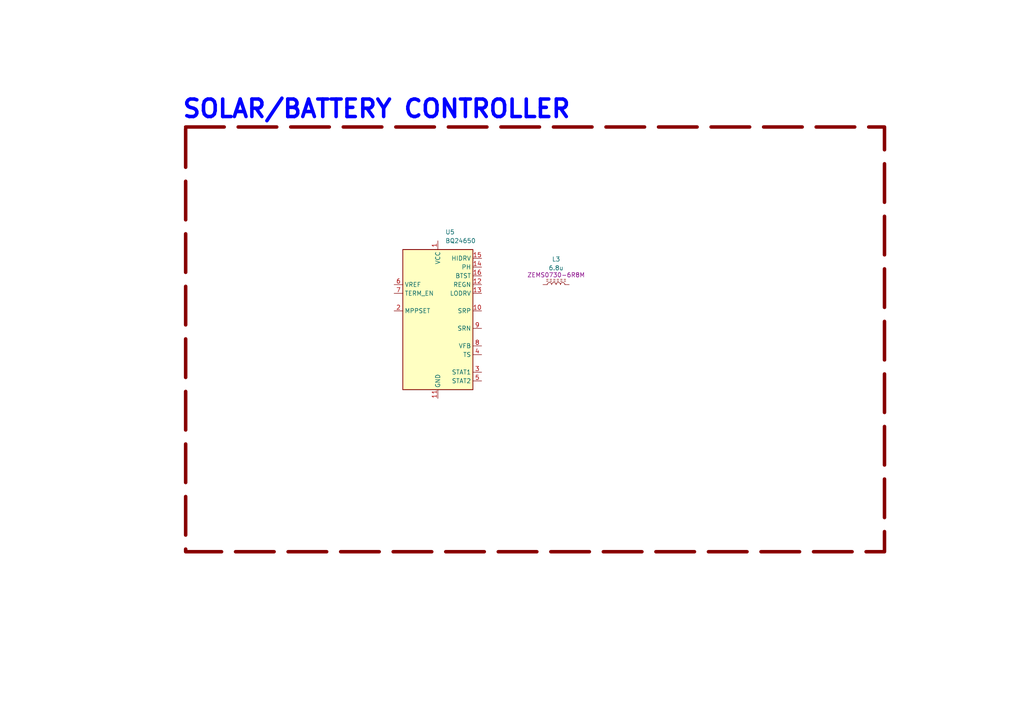
<source format=kicad_sch>
(kicad_sch (version 20250114) (generator "eeschema") (generator_version "9.0")
  (paper "A4")
  (lib_symbols
    (symbol "Battery_Management:BQ24650"
      (property "Reference" "U" (at -10.16 21.59 0))
      (property "Value" "BQ24650" (at 7.62 -21.59 0))
      (symbol "BQ24650_1_1"
        (rectangle (start -10.16 20.32) (end 10.16 -20.32) (stroke (width 0.254)) (fill (type background)))
        (pin input line (at -12.7 10.16 0) (length 2.54) (name "VREF") (number "6"))
        (pin input line (at -12.7 7.62 0) (length 2.54) (name "TERM_EN") (number "7"))
        (pin input line (at -12.7 2.54 0) (length 2.54) (name "MPPSET") (number "2"))
        (pin power_in line (at 0 22.86 270) (length 2.54) (name "VCC") (number "1"))
        (pin power_in line (at 0 -22.86 90) (length 2.54) (name "GND") (number "11"))
        (pin passive line (at 0 -22.86 90) (length 2.54) (hide yes) (name "GND") (number "17"))
        (pin output line (at 12.7 17.78 180) (length 2.54) (name "HIDRV") (number "15"))
        (pin input line (at 12.7 15.24 180) (length 2.54) (name "PH") (number "14"))
        (pin output line (at 12.7 12.7 180) (length 2.54) (name "BTST") (number "16"))
        (pin output line (at 12.7 10.16 180) (length 2.54) (name "REGN") (number "12"))
        (pin output line (at 12.7 7.62 180) (length 2.54) (name "LODRV") (number "13"))
        (pin input line (at 12.7 2.54 180) (length 2.54) (name "SRP") (number "10"))
        (pin input line (at 12.7 -2.54 180) (length 2.54) (name "SRN") (number "9"))
        (pin input line (at 12.7 -7.62 180) (length 2.54) (name "VFB") (number "8"))
        (pin input line (at 12.7 -10.16 180) (length 2.54) (name "TS") (number "4"))
        (pin open_collector line (at 12.7 -15.24 180) (length 2.54) (name "STAT1") (number "3"))
        (pin open_collector line (at 12.7 -17.78 180) (length 2.54) (name "STAT2") (number "5"))
      )
    )
    (symbol "Device:L_Ferrite" (pin_numbers (hide yes)) (pin_names (offset 1.016) (hide yes))
      (property "Reference" "L" (at -1.27 0 90))
      (property "Value" "L_Ferrite" (at 2.794 0 90))
      (symbol "L_Ferrite_0_1"
        (arc (start 0 2.54) (mid 0.6323 1.905) (end 0 1.27))
        (arc (start 0 1.27) (mid 0.6323 0.635) (end 0 0))
        (arc (start 0 0) (mid 0.6323 -0.635) (end 0 -1.27))
        (arc (start 0 -1.27) (mid 0.6323 -1.905) (end 0 -2.54))
        (polyline (pts (xy 1.016 2.286) (xy 1.016 2.794)))
        (polyline (pts (xy 1.016 1.27) (xy 1.016 1.778)))
        (polyline (pts (xy 1.016 0.254) (xy 1.016 0.762)))
        (polyline (pts (xy 1.016 -0.762) (xy 1.016 -0.254)))
        (polyline (pts (xy 1.016 -1.778) (xy 1.016 -1.27)))
        (polyline (pts (xy 1.016 -2.794) (xy 1.016 -2.286)))
        (polyline (pts (xy 1.524 2.794) (xy 1.524 2.286)))
        (polyline (pts (xy 1.524 1.778) (xy 1.524 1.27)))
        (polyline (pts (xy 1.524 0.762) (xy 1.524 0.254)))
        (polyline (pts (xy 1.524 -0.254) (xy 1.524 -0.762)))
        (polyline (pts (xy 1.524 -1.27) (xy 1.524 -1.778)))
        (polyline (pts (xy 1.524 -2.286) (xy 1.524 -2.794)))
      )
      (symbol "L_Ferrite_1_1"
        (pin passive line (at 0 3.81 270) (length 1.27) (name "1") (number "1"))
        (pin passive line (at 0 -3.81 90) (length 1.27) (name "2") (number "2"))
      )
    )
  )
  (rectangle (start 53.848 36.83) (end 256.54 160.02) (stroke (width 1.016) (type dash) (color 132 0 0 1)))
  (text "SOLAR/BATTERY CONTROLLER" (at 109.22 31.75 0) (effects (font (size 5.08 5.08) (thickness 1.016) (bold yes))))
  (symbol (lib_id "Device:L_Ferrite") (at 161.29 82.55 90) (unit 1)
    (property "Reference" "L3" (at 161.29 75.184 90))
    (property "Value" "6.8u" (at 161.29 77.724 90))
    (property "Footprint" "ThingsGate-1:L_0730-6R8M" (effects (hide yes)))
    (property "Description" "ZEMS0730-6R8M" (at 161.29 79.756 90))
  )
  (symbol (lib_id "Battery_Management:BQ24650") (at 127 92.71 0) (unit 1)
    (property "Reference" "U5" (at 129.1433 67.31 0) (effects (justify left)))
    (property "Value" "BQ24650" (at 129.1433 69.85 0) (effects (justify left)))
    (property "Footprint" "ThingsGate-1:Texas_RVA_VQFN-16-1EP_3.5x3.5mm_P0.5mm_EP2.14x2.14mm_ThermalVias" (effects (hide yes)))
    (property "Datasheet" "https://www.ti.com/lit/ds/symlink/bq24650.pdf" (effects (hide yes)))
    (property "Description" "10A, 28V max voltage, Battery Charger w/600kHz NMOS-NMOS Synchronous Buck Converter for Solar, VQFN-16" (effects (hide yes)))
  )
)
</source>
